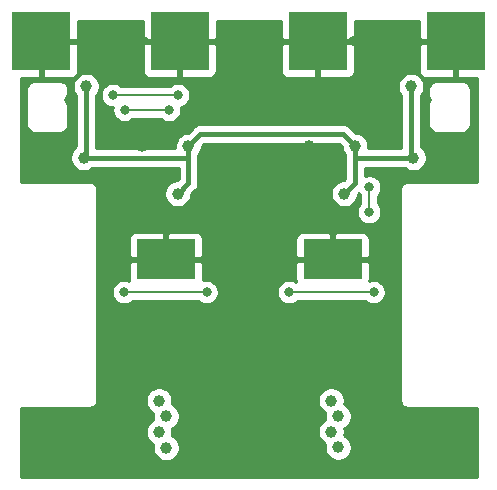
<source format=gbr>
G04 #@! TF.GenerationSoftware,KiCad,Pcbnew,(5.1.4)-1*
G04 #@! TF.CreationDate,2019-10-10T18:21:12+02:00*
G04 #@! TF.ProjectId,Bottom,426f7474-6f6d-42e6-9b69-6361645f7063,rev?*
G04 #@! TF.SameCoordinates,Original*
G04 #@! TF.FileFunction,Copper,L2,Bot*
G04 #@! TF.FilePolarity,Positive*
%FSLAX46Y46*%
G04 Gerber Fmt 4.6, Leading zero omitted, Abs format (unit mm)*
G04 Created by KiCad (PCBNEW (5.1.4)-1) date 2019-10-10 18:21:12*
%MOMM*%
%LPD*%
G04 APERTURE LIST*
%ADD10C,1.000000*%
%ADD11C,0.750000*%
%ADD12R,5.000000X3.400000*%
%ADD13R,5.000000X5.000000*%
%ADD14C,0.800000*%
%ADD15C,0.400000*%
%ADD16C,0.200000*%
%ADD17C,0.254000*%
G04 APERTURE END LIST*
D10*
X179990000Y-113505000D03*
X179990000Y-110855000D03*
X180590000Y-114830000D03*
X180590000Y-112180000D03*
X166010000Y-112195000D03*
X166010000Y-114845000D03*
X165410000Y-110870000D03*
X165410000Y-113520000D03*
D11*
X167500000Y-98150000D03*
X167500000Y-99650000D03*
X166000000Y-98150000D03*
X166000000Y-99650000D03*
X164500000Y-98150000D03*
X164500000Y-99650000D03*
D12*
X166000000Y-98900000D03*
D11*
X181600000Y-98150000D03*
X181600000Y-99650000D03*
X180100000Y-98150000D03*
X180100000Y-99650000D03*
X178600000Y-98150000D03*
X178600000Y-99650000D03*
D12*
X180100000Y-98900000D03*
D13*
X167150000Y-80450000D03*
X178850000Y-80450000D03*
X155450000Y-80450000D03*
X190550000Y-80450000D03*
D10*
X159028844Y-90296996D03*
X186940471Y-90296996D03*
X182000000Y-89300000D03*
X167900000Y-89300000D03*
X167000000Y-93350000D03*
X181100000Y-93350000D03*
X186750000Y-84250000D03*
X159250000Y-84250000D03*
D14*
X171500000Y-90000000D03*
X174500000Y-90000000D03*
X171500000Y-86200000D03*
X174500000Y-86200000D03*
X181850000Y-80450000D03*
X179350000Y-80450000D03*
X166650000Y-80450000D03*
D10*
X178100000Y-89300000D03*
X165000000Y-93350000D03*
X179100000Y-93350000D03*
D14*
X161550000Y-80450000D03*
X171700000Y-80450000D03*
X174250000Y-80450000D03*
X176800000Y-80450000D03*
X184400000Y-80450000D03*
D10*
X188050000Y-85424998D03*
X157900000Y-85424998D03*
D14*
X169200000Y-80450000D03*
X164100000Y-80450000D03*
D10*
X164000000Y-105950000D03*
X167900000Y-105950000D03*
X178100000Y-105950000D03*
X182000000Y-105950000D03*
D14*
X173000000Y-98000000D03*
X156000000Y-91750000D03*
X190000000Y-91750000D03*
X173000000Y-106000000D03*
D10*
X164000000Y-89296986D03*
X154200000Y-80450000D03*
X191800000Y-80450000D03*
X154200000Y-115550000D03*
X191800000Y-115550000D03*
D14*
X167000000Y-85000000D03*
X161500000Y-85000000D03*
X166250000Y-86250000D03*
X162500000Y-86250000D03*
X183200000Y-92800000D03*
X183200000Y-94900000D03*
X162448884Y-101674625D03*
X169444652Y-101675751D03*
X183572047Y-101675236D03*
X176425000Y-101675000D03*
D15*
X159250000Y-90038243D02*
X159028844Y-90259399D01*
X159028844Y-90259399D02*
X159028844Y-90296996D01*
X159250000Y-84250000D02*
X159250000Y-90038243D01*
X186750000Y-90106525D02*
X186940471Y-90296996D01*
X186750000Y-84250000D02*
X186750000Y-90106525D01*
X167900000Y-92450000D02*
X167000000Y-93350000D01*
X182000000Y-92450000D02*
X181100000Y-93350000D01*
X167896996Y-90296996D02*
X167900000Y-90300000D01*
X159028844Y-90296996D02*
X167896996Y-90296996D01*
X167900000Y-90300000D02*
X167900000Y-92450000D01*
X167900000Y-89300000D02*
X167900000Y-90300000D01*
X182103004Y-90296996D02*
X182000000Y-90400000D01*
X186940471Y-90296996D02*
X182103004Y-90296996D01*
X182000000Y-89300000D02*
X182000000Y-90400000D01*
X182000000Y-90400000D02*
X182000000Y-92450000D01*
X181500001Y-88800001D02*
X182000000Y-89300000D01*
X180999999Y-88299999D02*
X181500001Y-88800001D01*
X168900001Y-88299999D02*
X180999999Y-88299999D01*
X167900000Y-89300000D02*
X168900001Y-88299999D01*
D16*
X162500000Y-85000000D02*
X161500000Y-85000000D01*
X167000000Y-85000000D02*
X162500000Y-85000000D01*
X165684315Y-86250000D02*
X162500000Y-86250000D01*
X166250000Y-86250000D02*
X165684315Y-86250000D01*
X183225000Y-92825000D02*
X183200000Y-92800000D01*
X183200000Y-92800000D02*
X183200000Y-94900000D01*
X162448884Y-101674625D02*
X169443526Y-101674625D01*
X169443526Y-101674625D02*
X169444652Y-101675751D01*
X176936933Y-101674237D02*
X176939368Y-101676672D01*
X176371248Y-101674237D02*
X176936933Y-101674237D01*
X176939368Y-101676672D02*
X182823328Y-101676672D01*
X182823328Y-101676672D02*
X183570611Y-101676672D01*
X183570611Y-101676672D02*
X183572047Y-101675236D01*
D17*
G36*
X164015000Y-80164250D02*
G01*
X164173750Y-80323000D01*
X167023000Y-80323000D01*
X167023000Y-80303000D01*
X167277000Y-80303000D01*
X167277000Y-80323000D01*
X170126250Y-80323000D01*
X170285000Y-80164250D01*
X170287052Y-78685000D01*
X175712948Y-78685000D01*
X175715000Y-80164250D01*
X175873750Y-80323000D01*
X178723000Y-80323000D01*
X178723000Y-80303000D01*
X178977000Y-80303000D01*
X178977000Y-80323000D01*
X181826250Y-80323000D01*
X181985000Y-80164250D01*
X181987052Y-78685000D01*
X187412948Y-78685000D01*
X187415000Y-80164250D01*
X187573750Y-80323000D01*
X190423000Y-80323000D01*
X190423000Y-80303000D01*
X190677000Y-80303000D01*
X190677000Y-80323000D01*
X190697000Y-80323000D01*
X190697000Y-80577000D01*
X190677000Y-80577000D01*
X190677000Y-83426250D01*
X190835750Y-83585000D01*
X192315000Y-83587052D01*
X192315001Y-92315000D01*
X186533647Y-92315000D01*
X186500000Y-92311686D01*
X186466353Y-92315000D01*
X186365717Y-92324912D01*
X186236594Y-92364081D01*
X186117593Y-92427688D01*
X186013289Y-92513289D01*
X185927688Y-92617593D01*
X185864081Y-92736594D01*
X185824912Y-92865717D01*
X185811686Y-93000000D01*
X185815001Y-93033657D01*
X185815000Y-110766353D01*
X185811686Y-110800000D01*
X185824912Y-110934283D01*
X185864081Y-111063406D01*
X185927688Y-111182407D01*
X186013289Y-111286711D01*
X186117593Y-111372312D01*
X186236594Y-111435919D01*
X186365717Y-111475088D01*
X186500000Y-111488314D01*
X186533647Y-111485000D01*
X192315001Y-111485000D01*
X192315000Y-117315000D01*
X153685000Y-117315000D01*
X153685000Y-111485000D01*
X159466353Y-111485000D01*
X159500000Y-111488314D01*
X159533647Y-111485000D01*
X159634283Y-111475088D01*
X159763406Y-111435919D01*
X159882407Y-111372312D01*
X159986711Y-111286711D01*
X160072312Y-111182407D01*
X160135919Y-111063406D01*
X160175088Y-110934283D01*
X160188314Y-110800000D01*
X160185000Y-110766353D01*
X160185000Y-110758212D01*
X164275000Y-110758212D01*
X164275000Y-110981788D01*
X164318617Y-111201067D01*
X164404176Y-111407624D01*
X164528388Y-111593520D01*
X164686480Y-111751612D01*
X164872376Y-111875824D01*
X164912912Y-111892615D01*
X164875000Y-112083212D01*
X164875000Y-112306788D01*
X164912912Y-112497385D01*
X164872376Y-112514176D01*
X164686480Y-112638388D01*
X164528388Y-112796480D01*
X164404176Y-112982376D01*
X164318617Y-113188933D01*
X164275000Y-113408212D01*
X164275000Y-113631788D01*
X164318617Y-113851067D01*
X164404176Y-114057624D01*
X164528388Y-114243520D01*
X164686480Y-114401612D01*
X164872376Y-114525824D01*
X164912912Y-114542615D01*
X164875000Y-114733212D01*
X164875000Y-114956788D01*
X164918617Y-115176067D01*
X165004176Y-115382624D01*
X165128388Y-115568520D01*
X165286480Y-115726612D01*
X165472376Y-115850824D01*
X165678933Y-115936383D01*
X165898212Y-115980000D01*
X166121788Y-115980000D01*
X166341067Y-115936383D01*
X166547624Y-115850824D01*
X166733520Y-115726612D01*
X166891612Y-115568520D01*
X167015824Y-115382624D01*
X167101383Y-115176067D01*
X167145000Y-114956788D01*
X167145000Y-114733212D01*
X167101383Y-114513933D01*
X167015824Y-114307376D01*
X166891612Y-114121480D01*
X166733520Y-113963388D01*
X166547624Y-113839176D01*
X166507088Y-113822385D01*
X166545000Y-113631788D01*
X166545000Y-113408212D01*
X166507088Y-113217615D01*
X166547624Y-113200824D01*
X166733520Y-113076612D01*
X166891612Y-112918520D01*
X167015824Y-112732624D01*
X167101383Y-112526067D01*
X167145000Y-112306788D01*
X167145000Y-112083212D01*
X167101383Y-111863933D01*
X167015824Y-111657376D01*
X166891612Y-111471480D01*
X166733520Y-111313388D01*
X166547624Y-111189176D01*
X166507088Y-111172385D01*
X166545000Y-110981788D01*
X166545000Y-110758212D01*
X166542017Y-110743212D01*
X178855000Y-110743212D01*
X178855000Y-110966788D01*
X178898617Y-111186067D01*
X178984176Y-111392624D01*
X179108388Y-111578520D01*
X179266480Y-111736612D01*
X179452376Y-111860824D01*
X179492912Y-111877615D01*
X179455000Y-112068212D01*
X179455000Y-112291788D01*
X179492912Y-112482385D01*
X179452376Y-112499176D01*
X179266480Y-112623388D01*
X179108388Y-112781480D01*
X178984176Y-112967376D01*
X178898617Y-113173933D01*
X178855000Y-113393212D01*
X178855000Y-113616788D01*
X178898617Y-113836067D01*
X178984176Y-114042624D01*
X179108388Y-114228520D01*
X179266480Y-114386612D01*
X179452376Y-114510824D01*
X179492912Y-114527615D01*
X179455000Y-114718212D01*
X179455000Y-114941788D01*
X179498617Y-115161067D01*
X179584176Y-115367624D01*
X179708388Y-115553520D01*
X179866480Y-115711612D01*
X180052376Y-115835824D01*
X180258933Y-115921383D01*
X180478212Y-115965000D01*
X180701788Y-115965000D01*
X180921067Y-115921383D01*
X181127624Y-115835824D01*
X181313520Y-115711612D01*
X181471612Y-115553520D01*
X181595824Y-115367624D01*
X181681383Y-115161067D01*
X181725000Y-114941788D01*
X181725000Y-114718212D01*
X181681383Y-114498933D01*
X181595824Y-114292376D01*
X181471612Y-114106480D01*
X181313520Y-113948388D01*
X181127624Y-113824176D01*
X181087088Y-113807385D01*
X181125000Y-113616788D01*
X181125000Y-113393212D01*
X181087088Y-113202615D01*
X181127624Y-113185824D01*
X181313520Y-113061612D01*
X181471612Y-112903520D01*
X181595824Y-112717624D01*
X181681383Y-112511067D01*
X181725000Y-112291788D01*
X181725000Y-112068212D01*
X181681383Y-111848933D01*
X181595824Y-111642376D01*
X181471612Y-111456480D01*
X181313520Y-111298388D01*
X181127624Y-111174176D01*
X181087088Y-111157385D01*
X181125000Y-110966788D01*
X181125000Y-110743212D01*
X181081383Y-110523933D01*
X180995824Y-110317376D01*
X180871612Y-110131480D01*
X180713520Y-109973388D01*
X180527624Y-109849176D01*
X180321067Y-109763617D01*
X180101788Y-109720000D01*
X179878212Y-109720000D01*
X179658933Y-109763617D01*
X179452376Y-109849176D01*
X179266480Y-109973388D01*
X179108388Y-110131480D01*
X178984176Y-110317376D01*
X178898617Y-110523933D01*
X178855000Y-110743212D01*
X166542017Y-110743212D01*
X166501383Y-110538933D01*
X166415824Y-110332376D01*
X166291612Y-110146480D01*
X166133520Y-109988388D01*
X165947624Y-109864176D01*
X165741067Y-109778617D01*
X165521788Y-109735000D01*
X165298212Y-109735000D01*
X165078933Y-109778617D01*
X164872376Y-109864176D01*
X164686480Y-109988388D01*
X164528388Y-110146480D01*
X164404176Y-110332376D01*
X164318617Y-110538933D01*
X164275000Y-110758212D01*
X160185000Y-110758212D01*
X160185000Y-101572686D01*
X161413884Y-101572686D01*
X161413884Y-101776564D01*
X161453658Y-101976523D01*
X161531679Y-102164881D01*
X161644947Y-102334399D01*
X161789110Y-102478562D01*
X161958628Y-102591830D01*
X162146986Y-102669851D01*
X162346945Y-102709625D01*
X162550823Y-102709625D01*
X162750782Y-102669851D01*
X162939140Y-102591830D01*
X163108658Y-102478562D01*
X163177595Y-102409625D01*
X168714815Y-102409625D01*
X168784878Y-102479688D01*
X168954396Y-102592956D01*
X169142754Y-102670977D01*
X169342713Y-102710751D01*
X169546591Y-102710751D01*
X169746550Y-102670977D01*
X169934908Y-102592956D01*
X170104426Y-102479688D01*
X170248589Y-102335525D01*
X170361857Y-102166007D01*
X170439878Y-101977649D01*
X170479652Y-101777690D01*
X170479652Y-101573812D01*
X170479503Y-101573061D01*
X175390000Y-101573061D01*
X175390000Y-101776939D01*
X175429774Y-101976898D01*
X175507795Y-102165256D01*
X175621063Y-102334774D01*
X175765226Y-102478937D01*
X175934744Y-102592205D01*
X176123102Y-102670226D01*
X176323061Y-102710000D01*
X176526939Y-102710000D01*
X176726898Y-102670226D01*
X176915256Y-102592205D01*
X177084774Y-102478937D01*
X177152039Y-102411672D01*
X182844772Y-102411672D01*
X182912273Y-102479173D01*
X183081791Y-102592441D01*
X183270149Y-102670462D01*
X183470108Y-102710236D01*
X183673986Y-102710236D01*
X183873945Y-102670462D01*
X184062303Y-102592441D01*
X184231821Y-102479173D01*
X184375984Y-102335010D01*
X184489252Y-102165492D01*
X184567273Y-101977134D01*
X184607047Y-101777175D01*
X184607047Y-101573297D01*
X184567273Y-101373338D01*
X184489252Y-101184980D01*
X184375984Y-101015462D01*
X184231821Y-100871299D01*
X184062303Y-100758031D01*
X183873945Y-100680010D01*
X183673986Y-100640236D01*
X183470108Y-100640236D01*
X183270149Y-100680010D01*
X183228493Y-100697265D01*
X183238072Y-100600000D01*
X183235000Y-99185750D01*
X183076250Y-99027000D01*
X182090308Y-99027000D01*
X182095435Y-98974960D01*
X182108880Y-98961515D01*
X182102820Y-98900000D01*
X182108880Y-98838485D01*
X182095435Y-98825040D01*
X182090308Y-98773000D01*
X183076250Y-98773000D01*
X183235000Y-98614250D01*
X183238072Y-97200000D01*
X183225812Y-97075518D01*
X183189502Y-96955820D01*
X183130537Y-96845506D01*
X183051185Y-96748815D01*
X182954494Y-96669463D01*
X182844180Y-96610498D01*
X182724482Y-96574188D01*
X182600000Y-96561928D01*
X180385750Y-96565000D01*
X180227000Y-96723750D01*
X180227000Y-97144527D01*
X180211567Y-97141265D01*
X180012628Y-97138882D01*
X179973000Y-97146272D01*
X179973000Y-96723750D01*
X179814250Y-96565000D01*
X177600000Y-96561928D01*
X177475518Y-96574188D01*
X177355820Y-96610498D01*
X177245506Y-96669463D01*
X177148815Y-96748815D01*
X177069463Y-96845506D01*
X177010498Y-96955820D01*
X176974188Y-97075518D01*
X176961928Y-97200000D01*
X176965000Y-98614250D01*
X177123750Y-98773000D01*
X178109692Y-98773000D01*
X178104565Y-98825040D01*
X178091120Y-98838485D01*
X178097180Y-98900000D01*
X178091120Y-98961515D01*
X178104565Y-98974960D01*
X178109692Y-99027000D01*
X177123750Y-99027000D01*
X176965000Y-99185750D01*
X176961928Y-100600000D01*
X176974188Y-100724482D01*
X177001844Y-100815651D01*
X176915256Y-100757795D01*
X176726898Y-100679774D01*
X176526939Y-100640000D01*
X176323061Y-100640000D01*
X176123102Y-100679774D01*
X175934744Y-100757795D01*
X175765226Y-100871063D01*
X175621063Y-101015226D01*
X175507795Y-101184744D01*
X175429774Y-101373102D01*
X175390000Y-101573061D01*
X170479503Y-101573061D01*
X170439878Y-101373853D01*
X170361857Y-101185495D01*
X170248589Y-101015977D01*
X170104426Y-100871814D01*
X169934908Y-100758546D01*
X169746550Y-100680525D01*
X169546591Y-100640751D01*
X169342713Y-100640751D01*
X169142754Y-100680525D01*
X169129605Y-100685972D01*
X169138072Y-100600000D01*
X169135000Y-99185750D01*
X168976250Y-99027000D01*
X167990308Y-99027000D01*
X167995435Y-98974960D01*
X168008880Y-98961515D01*
X168002820Y-98900000D01*
X168008880Y-98838485D01*
X167995435Y-98825040D01*
X167990308Y-98773000D01*
X168976250Y-98773000D01*
X169135000Y-98614250D01*
X169138072Y-97200000D01*
X169125812Y-97075518D01*
X169089502Y-96955820D01*
X169030537Y-96845506D01*
X168951185Y-96748815D01*
X168854494Y-96669463D01*
X168744180Y-96610498D01*
X168624482Y-96574188D01*
X168500000Y-96561928D01*
X166285750Y-96565000D01*
X166127000Y-96723750D01*
X166127000Y-97144527D01*
X166111567Y-97141265D01*
X165912628Y-97138882D01*
X165873000Y-97146272D01*
X165873000Y-96723750D01*
X165714250Y-96565000D01*
X163500000Y-96561928D01*
X163375518Y-96574188D01*
X163255820Y-96610498D01*
X163145506Y-96669463D01*
X163048815Y-96748815D01*
X162969463Y-96845506D01*
X162910498Y-96955820D01*
X162874188Y-97075518D01*
X162861928Y-97200000D01*
X162865000Y-98614250D01*
X163023750Y-98773000D01*
X164009692Y-98773000D01*
X164004565Y-98825040D01*
X163991120Y-98838485D01*
X163997180Y-98900000D01*
X163991120Y-98961515D01*
X164004565Y-98974960D01*
X164009692Y-99027000D01*
X163023750Y-99027000D01*
X162865000Y-99185750D01*
X162861928Y-100600000D01*
X162874188Y-100724482D01*
X162876281Y-100731383D01*
X162750782Y-100679399D01*
X162550823Y-100639625D01*
X162346945Y-100639625D01*
X162146986Y-100679399D01*
X161958628Y-100757420D01*
X161789110Y-100870688D01*
X161644947Y-101014851D01*
X161531679Y-101184369D01*
X161453658Y-101372727D01*
X161413884Y-101572686D01*
X160185000Y-101572686D01*
X160185000Y-93033646D01*
X160188314Y-93000000D01*
X160175088Y-92865717D01*
X160135919Y-92736594D01*
X160072312Y-92617593D01*
X159986711Y-92513289D01*
X159882407Y-92427688D01*
X159763406Y-92364081D01*
X159634283Y-92324912D01*
X159533647Y-92315000D01*
X159500000Y-92311686D01*
X159466353Y-92315000D01*
X153685000Y-92315000D01*
X153685000Y-90185208D01*
X157893844Y-90185208D01*
X157893844Y-90408784D01*
X157937461Y-90628063D01*
X158023020Y-90834620D01*
X158147232Y-91020516D01*
X158305324Y-91178608D01*
X158491220Y-91302820D01*
X158697777Y-91388379D01*
X158917056Y-91431996D01*
X159140632Y-91431996D01*
X159359911Y-91388379D01*
X159566468Y-91302820D01*
X159752364Y-91178608D01*
X159798976Y-91131996D01*
X167065000Y-91131996D01*
X167065001Y-92104131D01*
X166954132Y-92215000D01*
X166888212Y-92215000D01*
X166668933Y-92258617D01*
X166462376Y-92344176D01*
X166276480Y-92468388D01*
X166118388Y-92626480D01*
X165994176Y-92812376D01*
X165908617Y-93018933D01*
X165865000Y-93238212D01*
X165865000Y-93461788D01*
X165908617Y-93681067D01*
X165994176Y-93887624D01*
X166118388Y-94073520D01*
X166276480Y-94231612D01*
X166462376Y-94355824D01*
X166668933Y-94441383D01*
X166888212Y-94485000D01*
X167111788Y-94485000D01*
X167331067Y-94441383D01*
X167537624Y-94355824D01*
X167723520Y-94231612D01*
X167881612Y-94073520D01*
X168005824Y-93887624D01*
X168091383Y-93681067D01*
X168135000Y-93461788D01*
X168135000Y-93395868D01*
X168461426Y-93069442D01*
X168493291Y-93043291D01*
X168597636Y-92916146D01*
X168675172Y-92771087D01*
X168722918Y-92613689D01*
X168735000Y-92491019D01*
X168735000Y-92491017D01*
X168739040Y-92450001D01*
X168735000Y-92408985D01*
X168735000Y-90341007D01*
X168739039Y-90299999D01*
X168735000Y-90258991D01*
X168735000Y-90070132D01*
X168781612Y-90023520D01*
X168905824Y-89837624D01*
X168991383Y-89631067D01*
X169035000Y-89411788D01*
X169035000Y-89345868D01*
X169245869Y-89134999D01*
X180654132Y-89134999D01*
X180865000Y-89345868D01*
X180865000Y-89411788D01*
X180908617Y-89631067D01*
X180994176Y-89837624D01*
X181118388Y-90023520D01*
X181165001Y-90070133D01*
X181165001Y-90358972D01*
X181160960Y-90400000D01*
X181165000Y-90441019D01*
X181165001Y-92104131D01*
X181054132Y-92215000D01*
X180988212Y-92215000D01*
X180768933Y-92258617D01*
X180562376Y-92344176D01*
X180376480Y-92468388D01*
X180218388Y-92626480D01*
X180094176Y-92812376D01*
X180008617Y-93018933D01*
X179965000Y-93238212D01*
X179965000Y-93461788D01*
X180008617Y-93681067D01*
X180094176Y-93887624D01*
X180218388Y-94073520D01*
X180376480Y-94231612D01*
X180562376Y-94355824D01*
X180768933Y-94441383D01*
X180988212Y-94485000D01*
X181211788Y-94485000D01*
X181431067Y-94441383D01*
X181637624Y-94355824D01*
X181823520Y-94231612D01*
X181981612Y-94073520D01*
X182105824Y-93887624D01*
X182191383Y-93681067D01*
X182235000Y-93461788D01*
X182235000Y-93395868D01*
X182305953Y-93324915D01*
X182396063Y-93459774D01*
X182465000Y-93528711D01*
X182465001Y-94171288D01*
X182396063Y-94240226D01*
X182282795Y-94409744D01*
X182204774Y-94598102D01*
X182165000Y-94798061D01*
X182165000Y-95001939D01*
X182204774Y-95201898D01*
X182282795Y-95390256D01*
X182396063Y-95559774D01*
X182540226Y-95703937D01*
X182709744Y-95817205D01*
X182898102Y-95895226D01*
X183098061Y-95935000D01*
X183301939Y-95935000D01*
X183501898Y-95895226D01*
X183690256Y-95817205D01*
X183859774Y-95703937D01*
X184003937Y-95559774D01*
X184117205Y-95390256D01*
X184195226Y-95201898D01*
X184235000Y-95001939D01*
X184235000Y-94798061D01*
X184195226Y-94598102D01*
X184117205Y-94409744D01*
X184003937Y-94240226D01*
X183935000Y-94171289D01*
X183935000Y-93528711D01*
X184003937Y-93459774D01*
X184117205Y-93290256D01*
X184195226Y-93101898D01*
X184235000Y-92901939D01*
X184235000Y-92698061D01*
X184195226Y-92498102D01*
X184117205Y-92309744D01*
X184003937Y-92140226D01*
X183859774Y-91996063D01*
X183690256Y-91882795D01*
X183501898Y-91804774D01*
X183301939Y-91765000D01*
X183098061Y-91765000D01*
X182898102Y-91804774D01*
X182835000Y-91830912D01*
X182835000Y-91131996D01*
X186170339Y-91131996D01*
X186216951Y-91178608D01*
X186402847Y-91302820D01*
X186609404Y-91388379D01*
X186828683Y-91431996D01*
X187052259Y-91431996D01*
X187271538Y-91388379D01*
X187478095Y-91302820D01*
X187663991Y-91178608D01*
X187822083Y-91020516D01*
X187946295Y-90834620D01*
X188031854Y-90628063D01*
X188075471Y-90408784D01*
X188075471Y-90185208D01*
X188031854Y-89965929D01*
X187946295Y-89759372D01*
X187822083Y-89573476D01*
X187663991Y-89415384D01*
X187585000Y-89362604D01*
X187585000Y-85020132D01*
X187631612Y-84973520D01*
X187755824Y-84787624D01*
X187841383Y-84581067D01*
X187857508Y-84500000D01*
X188211686Y-84500000D01*
X188215001Y-84533657D01*
X188215000Y-87466353D01*
X188211686Y-87500000D01*
X188224912Y-87634283D01*
X188264081Y-87763406D01*
X188327688Y-87882407D01*
X188413289Y-87986711D01*
X188517593Y-88072312D01*
X188636594Y-88135919D01*
X188765717Y-88175088D01*
X188900000Y-88188314D01*
X188933647Y-88185000D01*
X191066353Y-88185000D01*
X191100000Y-88188314D01*
X191234283Y-88175088D01*
X191363406Y-88135919D01*
X191482407Y-88072312D01*
X191586711Y-87986711D01*
X191672312Y-87882407D01*
X191735919Y-87763406D01*
X191775088Y-87634283D01*
X191785000Y-87533647D01*
X191785000Y-87533646D01*
X191788314Y-87500000D01*
X191785000Y-87466353D01*
X191785000Y-84533647D01*
X191788314Y-84500000D01*
X191775088Y-84365717D01*
X191735919Y-84236594D01*
X191672312Y-84117593D01*
X191586711Y-84013289D01*
X191482407Y-83927688D01*
X191363406Y-83864081D01*
X191234283Y-83824912D01*
X191133647Y-83815000D01*
X191100000Y-83811686D01*
X191066353Y-83815000D01*
X188933647Y-83815000D01*
X188900000Y-83811686D01*
X188866353Y-83815000D01*
X188765717Y-83824912D01*
X188636594Y-83864081D01*
X188517593Y-83927688D01*
X188413289Y-84013289D01*
X188327688Y-84117593D01*
X188264081Y-84236594D01*
X188224912Y-84365717D01*
X188211686Y-84500000D01*
X187857508Y-84500000D01*
X187885000Y-84361788D01*
X187885000Y-84138212D01*
X187841383Y-83918933D01*
X187755824Y-83712376D01*
X187631612Y-83526480D01*
X187473520Y-83368388D01*
X187287624Y-83244176D01*
X187081067Y-83158617D01*
X186861788Y-83115000D01*
X186638212Y-83115000D01*
X186418933Y-83158617D01*
X186212376Y-83244176D01*
X186026480Y-83368388D01*
X185868388Y-83526480D01*
X185744176Y-83712376D01*
X185658617Y-83918933D01*
X185615000Y-84138212D01*
X185615000Y-84361788D01*
X185658617Y-84581067D01*
X185744176Y-84787624D01*
X185868388Y-84973520D01*
X185915000Y-85020132D01*
X185915001Y-89461996D01*
X183125013Y-89461996D01*
X183135000Y-89411788D01*
X183135000Y-89188212D01*
X183091383Y-88968933D01*
X183005824Y-88762376D01*
X182881612Y-88576480D01*
X182723520Y-88418388D01*
X182537624Y-88294176D01*
X182331067Y-88208617D01*
X182111788Y-88165000D01*
X182045868Y-88165000D01*
X181619444Y-87738577D01*
X181593290Y-87706708D01*
X181466145Y-87602363D01*
X181321086Y-87524827D01*
X181163688Y-87477081D01*
X181041018Y-87464999D01*
X181041017Y-87464999D01*
X180999999Y-87460959D01*
X180958981Y-87464999D01*
X168941019Y-87464999D01*
X168900001Y-87460959D01*
X168858982Y-87464999D01*
X168736312Y-87477081D01*
X168578914Y-87524827D01*
X168433855Y-87602363D01*
X168306710Y-87706708D01*
X168280559Y-87738573D01*
X167854132Y-88165000D01*
X167788212Y-88165000D01*
X167568933Y-88208617D01*
X167362376Y-88294176D01*
X167176480Y-88418388D01*
X167018388Y-88576480D01*
X166894176Y-88762376D01*
X166808617Y-88968933D01*
X166765000Y-89188212D01*
X166765000Y-89411788D01*
X166774987Y-89461996D01*
X160085000Y-89461996D01*
X160085000Y-85020132D01*
X160131612Y-84973520D01*
X160182032Y-84898061D01*
X160465000Y-84898061D01*
X160465000Y-85101939D01*
X160504774Y-85301898D01*
X160582795Y-85490256D01*
X160696063Y-85659774D01*
X160840226Y-85803937D01*
X161009744Y-85917205D01*
X161198102Y-85995226D01*
X161398061Y-86035000D01*
X161487489Y-86035000D01*
X161465000Y-86148061D01*
X161465000Y-86351939D01*
X161504774Y-86551898D01*
X161582795Y-86740256D01*
X161696063Y-86909774D01*
X161840226Y-87053937D01*
X162009744Y-87167205D01*
X162198102Y-87245226D01*
X162398061Y-87285000D01*
X162601939Y-87285000D01*
X162801898Y-87245226D01*
X162990256Y-87167205D01*
X163159774Y-87053937D01*
X163228711Y-86985000D01*
X165521289Y-86985000D01*
X165590226Y-87053937D01*
X165759744Y-87167205D01*
X165948102Y-87245226D01*
X166148061Y-87285000D01*
X166351939Y-87285000D01*
X166551898Y-87245226D01*
X166740256Y-87167205D01*
X166909774Y-87053937D01*
X167053937Y-86909774D01*
X167167205Y-86740256D01*
X167245226Y-86551898D01*
X167285000Y-86351939D01*
X167285000Y-86148061D01*
X167256400Y-86004276D01*
X167301898Y-85995226D01*
X167490256Y-85917205D01*
X167659774Y-85803937D01*
X167803937Y-85659774D01*
X167917205Y-85490256D01*
X167995226Y-85301898D01*
X168035000Y-85101939D01*
X168035000Y-84898061D01*
X167995226Y-84698102D01*
X167917205Y-84509744D01*
X167803937Y-84340226D01*
X167659774Y-84196063D01*
X167490256Y-84082795D01*
X167301898Y-84004774D01*
X167101939Y-83965000D01*
X166898061Y-83965000D01*
X166698102Y-84004774D01*
X166509744Y-84082795D01*
X166340226Y-84196063D01*
X166271289Y-84265000D01*
X162228711Y-84265000D01*
X162159774Y-84196063D01*
X161990256Y-84082795D01*
X161801898Y-84004774D01*
X161601939Y-83965000D01*
X161398061Y-83965000D01*
X161198102Y-84004774D01*
X161009744Y-84082795D01*
X160840226Y-84196063D01*
X160696063Y-84340226D01*
X160582795Y-84509744D01*
X160504774Y-84698102D01*
X160465000Y-84898061D01*
X160182032Y-84898061D01*
X160255824Y-84787624D01*
X160341383Y-84581067D01*
X160385000Y-84361788D01*
X160385000Y-84138212D01*
X160341383Y-83918933D01*
X160255824Y-83712376D01*
X160131612Y-83526480D01*
X159973520Y-83368388D01*
X159787624Y-83244176D01*
X159581067Y-83158617D01*
X159361788Y-83115000D01*
X159138212Y-83115000D01*
X158918933Y-83158617D01*
X158712376Y-83244176D01*
X158526480Y-83368388D01*
X158368388Y-83526480D01*
X158244176Y-83712376D01*
X158158617Y-83918933D01*
X158115000Y-84138212D01*
X158115000Y-84361788D01*
X158158617Y-84581067D01*
X158244176Y-84787624D01*
X158368388Y-84973520D01*
X158415000Y-85020132D01*
X158415001Y-89342100D01*
X158305324Y-89415384D01*
X158147232Y-89573476D01*
X158023020Y-89759372D01*
X157937461Y-89965929D01*
X157893844Y-90185208D01*
X153685000Y-90185208D01*
X153685000Y-84500000D01*
X154161686Y-84500000D01*
X154165001Y-84533657D01*
X154165000Y-87466353D01*
X154161686Y-87500000D01*
X154174912Y-87634283D01*
X154214081Y-87763406D01*
X154277688Y-87882407D01*
X154363289Y-87986711D01*
X154467593Y-88072312D01*
X154586594Y-88135919D01*
X154715717Y-88175088D01*
X154850000Y-88188314D01*
X154883647Y-88185000D01*
X157016353Y-88185000D01*
X157050000Y-88188314D01*
X157184283Y-88175088D01*
X157313406Y-88135919D01*
X157432407Y-88072312D01*
X157536711Y-87986711D01*
X157622312Y-87882407D01*
X157685919Y-87763406D01*
X157725088Y-87634283D01*
X157735000Y-87533647D01*
X157735000Y-87533646D01*
X157738314Y-87500000D01*
X157735000Y-87466353D01*
X157735000Y-84533647D01*
X157738314Y-84500000D01*
X157725088Y-84365717D01*
X157685919Y-84236594D01*
X157622312Y-84117593D01*
X157536711Y-84013289D01*
X157432407Y-83927688D01*
X157313406Y-83864081D01*
X157184283Y-83824912D01*
X157083647Y-83815000D01*
X157050000Y-83811686D01*
X157016353Y-83815000D01*
X154883647Y-83815000D01*
X154850000Y-83811686D01*
X154816353Y-83815000D01*
X154715717Y-83824912D01*
X154586594Y-83864081D01*
X154467593Y-83927688D01*
X154363289Y-84013289D01*
X154277688Y-84117593D01*
X154214081Y-84236594D01*
X154174912Y-84365717D01*
X154161686Y-84500000D01*
X153685000Y-84500000D01*
X153685000Y-83587052D01*
X155164250Y-83585000D01*
X155323000Y-83426250D01*
X155323000Y-80577000D01*
X155577000Y-80577000D01*
X155577000Y-83426250D01*
X155735750Y-83585000D01*
X157950000Y-83588072D01*
X158074482Y-83575812D01*
X158194180Y-83539502D01*
X158304494Y-83480537D01*
X158401185Y-83401185D01*
X158480537Y-83304494D01*
X158539502Y-83194180D01*
X158575812Y-83074482D01*
X158588072Y-82950000D01*
X164011928Y-82950000D01*
X164024188Y-83074482D01*
X164060498Y-83194180D01*
X164119463Y-83304494D01*
X164198815Y-83401185D01*
X164295506Y-83480537D01*
X164405820Y-83539502D01*
X164525518Y-83575812D01*
X164650000Y-83588072D01*
X166864250Y-83585000D01*
X167023000Y-83426250D01*
X167023000Y-80577000D01*
X167277000Y-80577000D01*
X167277000Y-83426250D01*
X167435750Y-83585000D01*
X169650000Y-83588072D01*
X169774482Y-83575812D01*
X169894180Y-83539502D01*
X170004494Y-83480537D01*
X170101185Y-83401185D01*
X170180537Y-83304494D01*
X170239502Y-83194180D01*
X170275812Y-83074482D01*
X170288072Y-82950000D01*
X175711928Y-82950000D01*
X175724188Y-83074482D01*
X175760498Y-83194180D01*
X175819463Y-83304494D01*
X175898815Y-83401185D01*
X175995506Y-83480537D01*
X176105820Y-83539502D01*
X176225518Y-83575812D01*
X176350000Y-83588072D01*
X178564250Y-83585000D01*
X178723000Y-83426250D01*
X178723000Y-80577000D01*
X178977000Y-80577000D01*
X178977000Y-83426250D01*
X179135750Y-83585000D01*
X181350000Y-83588072D01*
X181474482Y-83575812D01*
X181594180Y-83539502D01*
X181704494Y-83480537D01*
X181801185Y-83401185D01*
X181880537Y-83304494D01*
X181939502Y-83194180D01*
X181975812Y-83074482D01*
X181988072Y-82950000D01*
X187411928Y-82950000D01*
X187424188Y-83074482D01*
X187460498Y-83194180D01*
X187519463Y-83304494D01*
X187598815Y-83401185D01*
X187695506Y-83480537D01*
X187805820Y-83539502D01*
X187925518Y-83575812D01*
X188050000Y-83588072D01*
X190264250Y-83585000D01*
X190423000Y-83426250D01*
X190423000Y-80577000D01*
X187573750Y-80577000D01*
X187415000Y-80735750D01*
X187411928Y-82950000D01*
X181988072Y-82950000D01*
X181985000Y-80735750D01*
X181826250Y-80577000D01*
X178977000Y-80577000D01*
X178723000Y-80577000D01*
X175873750Y-80577000D01*
X175715000Y-80735750D01*
X175711928Y-82950000D01*
X170288072Y-82950000D01*
X170285000Y-80735750D01*
X170126250Y-80577000D01*
X167277000Y-80577000D01*
X167023000Y-80577000D01*
X164173750Y-80577000D01*
X164015000Y-80735750D01*
X164011928Y-82950000D01*
X158588072Y-82950000D01*
X158585000Y-80735750D01*
X158426250Y-80577000D01*
X155577000Y-80577000D01*
X155323000Y-80577000D01*
X155303000Y-80577000D01*
X155303000Y-80323000D01*
X155323000Y-80323000D01*
X155323000Y-80303000D01*
X155577000Y-80303000D01*
X155577000Y-80323000D01*
X158426250Y-80323000D01*
X158585000Y-80164250D01*
X158587052Y-78685000D01*
X164012948Y-78685000D01*
X164015000Y-80164250D01*
X164015000Y-80164250D01*
G37*
X164015000Y-80164250D02*
X164173750Y-80323000D01*
X167023000Y-80323000D01*
X167023000Y-80303000D01*
X167277000Y-80303000D01*
X167277000Y-80323000D01*
X170126250Y-80323000D01*
X170285000Y-80164250D01*
X170287052Y-78685000D01*
X175712948Y-78685000D01*
X175715000Y-80164250D01*
X175873750Y-80323000D01*
X178723000Y-80323000D01*
X178723000Y-80303000D01*
X178977000Y-80303000D01*
X178977000Y-80323000D01*
X181826250Y-80323000D01*
X181985000Y-80164250D01*
X181987052Y-78685000D01*
X187412948Y-78685000D01*
X187415000Y-80164250D01*
X187573750Y-80323000D01*
X190423000Y-80323000D01*
X190423000Y-80303000D01*
X190677000Y-80303000D01*
X190677000Y-80323000D01*
X190697000Y-80323000D01*
X190697000Y-80577000D01*
X190677000Y-80577000D01*
X190677000Y-83426250D01*
X190835750Y-83585000D01*
X192315000Y-83587052D01*
X192315001Y-92315000D01*
X186533647Y-92315000D01*
X186500000Y-92311686D01*
X186466353Y-92315000D01*
X186365717Y-92324912D01*
X186236594Y-92364081D01*
X186117593Y-92427688D01*
X186013289Y-92513289D01*
X185927688Y-92617593D01*
X185864081Y-92736594D01*
X185824912Y-92865717D01*
X185811686Y-93000000D01*
X185815001Y-93033657D01*
X185815000Y-110766353D01*
X185811686Y-110800000D01*
X185824912Y-110934283D01*
X185864081Y-111063406D01*
X185927688Y-111182407D01*
X186013289Y-111286711D01*
X186117593Y-111372312D01*
X186236594Y-111435919D01*
X186365717Y-111475088D01*
X186500000Y-111488314D01*
X186533647Y-111485000D01*
X192315001Y-111485000D01*
X192315000Y-117315000D01*
X153685000Y-117315000D01*
X153685000Y-111485000D01*
X159466353Y-111485000D01*
X159500000Y-111488314D01*
X159533647Y-111485000D01*
X159634283Y-111475088D01*
X159763406Y-111435919D01*
X159882407Y-111372312D01*
X159986711Y-111286711D01*
X160072312Y-111182407D01*
X160135919Y-111063406D01*
X160175088Y-110934283D01*
X160188314Y-110800000D01*
X160185000Y-110766353D01*
X160185000Y-110758212D01*
X164275000Y-110758212D01*
X164275000Y-110981788D01*
X164318617Y-111201067D01*
X164404176Y-111407624D01*
X164528388Y-111593520D01*
X164686480Y-111751612D01*
X164872376Y-111875824D01*
X164912912Y-111892615D01*
X164875000Y-112083212D01*
X164875000Y-112306788D01*
X164912912Y-112497385D01*
X164872376Y-112514176D01*
X164686480Y-112638388D01*
X164528388Y-112796480D01*
X164404176Y-112982376D01*
X164318617Y-113188933D01*
X164275000Y-113408212D01*
X164275000Y-113631788D01*
X164318617Y-113851067D01*
X164404176Y-114057624D01*
X164528388Y-114243520D01*
X164686480Y-114401612D01*
X164872376Y-114525824D01*
X164912912Y-114542615D01*
X164875000Y-114733212D01*
X164875000Y-114956788D01*
X164918617Y-115176067D01*
X165004176Y-115382624D01*
X165128388Y-115568520D01*
X165286480Y-115726612D01*
X165472376Y-115850824D01*
X165678933Y-115936383D01*
X165898212Y-115980000D01*
X166121788Y-115980000D01*
X166341067Y-115936383D01*
X166547624Y-115850824D01*
X166733520Y-115726612D01*
X166891612Y-115568520D01*
X167015824Y-115382624D01*
X167101383Y-115176067D01*
X167145000Y-114956788D01*
X167145000Y-114733212D01*
X167101383Y-114513933D01*
X167015824Y-114307376D01*
X166891612Y-114121480D01*
X166733520Y-113963388D01*
X166547624Y-113839176D01*
X166507088Y-113822385D01*
X166545000Y-113631788D01*
X166545000Y-113408212D01*
X166507088Y-113217615D01*
X166547624Y-113200824D01*
X166733520Y-113076612D01*
X166891612Y-112918520D01*
X167015824Y-112732624D01*
X167101383Y-112526067D01*
X167145000Y-112306788D01*
X167145000Y-112083212D01*
X167101383Y-111863933D01*
X167015824Y-111657376D01*
X166891612Y-111471480D01*
X166733520Y-111313388D01*
X166547624Y-111189176D01*
X166507088Y-111172385D01*
X166545000Y-110981788D01*
X166545000Y-110758212D01*
X166542017Y-110743212D01*
X178855000Y-110743212D01*
X178855000Y-110966788D01*
X178898617Y-111186067D01*
X178984176Y-111392624D01*
X179108388Y-111578520D01*
X179266480Y-111736612D01*
X179452376Y-111860824D01*
X179492912Y-111877615D01*
X179455000Y-112068212D01*
X179455000Y-112291788D01*
X179492912Y-112482385D01*
X179452376Y-112499176D01*
X179266480Y-112623388D01*
X179108388Y-112781480D01*
X178984176Y-112967376D01*
X178898617Y-113173933D01*
X178855000Y-113393212D01*
X178855000Y-113616788D01*
X178898617Y-113836067D01*
X178984176Y-114042624D01*
X179108388Y-114228520D01*
X179266480Y-114386612D01*
X179452376Y-114510824D01*
X179492912Y-114527615D01*
X179455000Y-114718212D01*
X179455000Y-114941788D01*
X179498617Y-115161067D01*
X179584176Y-115367624D01*
X179708388Y-115553520D01*
X179866480Y-115711612D01*
X180052376Y-115835824D01*
X180258933Y-115921383D01*
X180478212Y-115965000D01*
X180701788Y-115965000D01*
X180921067Y-115921383D01*
X181127624Y-115835824D01*
X181313520Y-115711612D01*
X181471612Y-115553520D01*
X181595824Y-115367624D01*
X181681383Y-115161067D01*
X181725000Y-114941788D01*
X181725000Y-114718212D01*
X181681383Y-114498933D01*
X181595824Y-114292376D01*
X181471612Y-114106480D01*
X181313520Y-113948388D01*
X181127624Y-113824176D01*
X181087088Y-113807385D01*
X181125000Y-113616788D01*
X181125000Y-113393212D01*
X181087088Y-113202615D01*
X181127624Y-113185824D01*
X181313520Y-113061612D01*
X181471612Y-112903520D01*
X181595824Y-112717624D01*
X181681383Y-112511067D01*
X181725000Y-112291788D01*
X181725000Y-112068212D01*
X181681383Y-111848933D01*
X181595824Y-111642376D01*
X181471612Y-111456480D01*
X181313520Y-111298388D01*
X181127624Y-111174176D01*
X181087088Y-111157385D01*
X181125000Y-110966788D01*
X181125000Y-110743212D01*
X181081383Y-110523933D01*
X180995824Y-110317376D01*
X180871612Y-110131480D01*
X180713520Y-109973388D01*
X180527624Y-109849176D01*
X180321067Y-109763617D01*
X180101788Y-109720000D01*
X179878212Y-109720000D01*
X179658933Y-109763617D01*
X179452376Y-109849176D01*
X179266480Y-109973388D01*
X179108388Y-110131480D01*
X178984176Y-110317376D01*
X178898617Y-110523933D01*
X178855000Y-110743212D01*
X166542017Y-110743212D01*
X166501383Y-110538933D01*
X166415824Y-110332376D01*
X166291612Y-110146480D01*
X166133520Y-109988388D01*
X165947624Y-109864176D01*
X165741067Y-109778617D01*
X165521788Y-109735000D01*
X165298212Y-109735000D01*
X165078933Y-109778617D01*
X164872376Y-109864176D01*
X164686480Y-109988388D01*
X164528388Y-110146480D01*
X164404176Y-110332376D01*
X164318617Y-110538933D01*
X164275000Y-110758212D01*
X160185000Y-110758212D01*
X160185000Y-101572686D01*
X161413884Y-101572686D01*
X161413884Y-101776564D01*
X161453658Y-101976523D01*
X161531679Y-102164881D01*
X161644947Y-102334399D01*
X161789110Y-102478562D01*
X161958628Y-102591830D01*
X162146986Y-102669851D01*
X162346945Y-102709625D01*
X162550823Y-102709625D01*
X162750782Y-102669851D01*
X162939140Y-102591830D01*
X163108658Y-102478562D01*
X163177595Y-102409625D01*
X168714815Y-102409625D01*
X168784878Y-102479688D01*
X168954396Y-102592956D01*
X169142754Y-102670977D01*
X169342713Y-102710751D01*
X169546591Y-102710751D01*
X169746550Y-102670977D01*
X169934908Y-102592956D01*
X170104426Y-102479688D01*
X170248589Y-102335525D01*
X170361857Y-102166007D01*
X170439878Y-101977649D01*
X170479652Y-101777690D01*
X170479652Y-101573812D01*
X170479503Y-101573061D01*
X175390000Y-101573061D01*
X175390000Y-101776939D01*
X175429774Y-101976898D01*
X175507795Y-102165256D01*
X175621063Y-102334774D01*
X175765226Y-102478937D01*
X175934744Y-102592205D01*
X176123102Y-102670226D01*
X176323061Y-102710000D01*
X176526939Y-102710000D01*
X176726898Y-102670226D01*
X176915256Y-102592205D01*
X177084774Y-102478937D01*
X177152039Y-102411672D01*
X182844772Y-102411672D01*
X182912273Y-102479173D01*
X183081791Y-102592441D01*
X183270149Y-102670462D01*
X183470108Y-102710236D01*
X183673986Y-102710236D01*
X183873945Y-102670462D01*
X184062303Y-102592441D01*
X184231821Y-102479173D01*
X184375984Y-102335010D01*
X184489252Y-102165492D01*
X184567273Y-101977134D01*
X184607047Y-101777175D01*
X184607047Y-101573297D01*
X184567273Y-101373338D01*
X184489252Y-101184980D01*
X184375984Y-101015462D01*
X184231821Y-100871299D01*
X184062303Y-100758031D01*
X183873945Y-100680010D01*
X183673986Y-100640236D01*
X183470108Y-100640236D01*
X183270149Y-100680010D01*
X183228493Y-100697265D01*
X183238072Y-100600000D01*
X183235000Y-99185750D01*
X183076250Y-99027000D01*
X182090308Y-99027000D01*
X182095435Y-98974960D01*
X182108880Y-98961515D01*
X182102820Y-98900000D01*
X182108880Y-98838485D01*
X182095435Y-98825040D01*
X182090308Y-98773000D01*
X183076250Y-98773000D01*
X183235000Y-98614250D01*
X183238072Y-97200000D01*
X183225812Y-97075518D01*
X183189502Y-96955820D01*
X183130537Y-96845506D01*
X183051185Y-96748815D01*
X182954494Y-96669463D01*
X182844180Y-96610498D01*
X182724482Y-96574188D01*
X182600000Y-96561928D01*
X180385750Y-96565000D01*
X180227000Y-96723750D01*
X180227000Y-97144527D01*
X180211567Y-97141265D01*
X180012628Y-97138882D01*
X179973000Y-97146272D01*
X179973000Y-96723750D01*
X179814250Y-96565000D01*
X177600000Y-96561928D01*
X177475518Y-96574188D01*
X177355820Y-96610498D01*
X177245506Y-96669463D01*
X177148815Y-96748815D01*
X177069463Y-96845506D01*
X177010498Y-96955820D01*
X176974188Y-97075518D01*
X176961928Y-97200000D01*
X176965000Y-98614250D01*
X177123750Y-98773000D01*
X178109692Y-98773000D01*
X178104565Y-98825040D01*
X178091120Y-98838485D01*
X178097180Y-98900000D01*
X178091120Y-98961515D01*
X178104565Y-98974960D01*
X178109692Y-99027000D01*
X177123750Y-99027000D01*
X176965000Y-99185750D01*
X176961928Y-100600000D01*
X176974188Y-100724482D01*
X177001844Y-100815651D01*
X176915256Y-100757795D01*
X176726898Y-100679774D01*
X176526939Y-100640000D01*
X176323061Y-100640000D01*
X176123102Y-100679774D01*
X175934744Y-100757795D01*
X175765226Y-100871063D01*
X175621063Y-101015226D01*
X175507795Y-101184744D01*
X175429774Y-101373102D01*
X175390000Y-101573061D01*
X170479503Y-101573061D01*
X170439878Y-101373853D01*
X170361857Y-101185495D01*
X170248589Y-101015977D01*
X170104426Y-100871814D01*
X169934908Y-100758546D01*
X169746550Y-100680525D01*
X169546591Y-100640751D01*
X169342713Y-100640751D01*
X169142754Y-100680525D01*
X169129605Y-100685972D01*
X169138072Y-100600000D01*
X169135000Y-99185750D01*
X168976250Y-99027000D01*
X167990308Y-99027000D01*
X167995435Y-98974960D01*
X168008880Y-98961515D01*
X168002820Y-98900000D01*
X168008880Y-98838485D01*
X167995435Y-98825040D01*
X167990308Y-98773000D01*
X168976250Y-98773000D01*
X169135000Y-98614250D01*
X169138072Y-97200000D01*
X169125812Y-97075518D01*
X169089502Y-96955820D01*
X169030537Y-96845506D01*
X168951185Y-96748815D01*
X168854494Y-96669463D01*
X168744180Y-96610498D01*
X168624482Y-96574188D01*
X168500000Y-96561928D01*
X166285750Y-96565000D01*
X166127000Y-96723750D01*
X166127000Y-97144527D01*
X166111567Y-97141265D01*
X165912628Y-97138882D01*
X165873000Y-97146272D01*
X165873000Y-96723750D01*
X165714250Y-96565000D01*
X163500000Y-96561928D01*
X163375518Y-96574188D01*
X163255820Y-96610498D01*
X163145506Y-96669463D01*
X163048815Y-96748815D01*
X162969463Y-96845506D01*
X162910498Y-96955820D01*
X162874188Y-97075518D01*
X162861928Y-97200000D01*
X162865000Y-98614250D01*
X163023750Y-98773000D01*
X164009692Y-98773000D01*
X164004565Y-98825040D01*
X163991120Y-98838485D01*
X163997180Y-98900000D01*
X163991120Y-98961515D01*
X164004565Y-98974960D01*
X164009692Y-99027000D01*
X163023750Y-99027000D01*
X162865000Y-99185750D01*
X162861928Y-100600000D01*
X162874188Y-100724482D01*
X162876281Y-100731383D01*
X162750782Y-100679399D01*
X162550823Y-100639625D01*
X162346945Y-100639625D01*
X162146986Y-100679399D01*
X161958628Y-100757420D01*
X161789110Y-100870688D01*
X161644947Y-101014851D01*
X161531679Y-101184369D01*
X161453658Y-101372727D01*
X161413884Y-101572686D01*
X160185000Y-101572686D01*
X160185000Y-93033646D01*
X160188314Y-93000000D01*
X160175088Y-92865717D01*
X160135919Y-92736594D01*
X160072312Y-92617593D01*
X159986711Y-92513289D01*
X159882407Y-92427688D01*
X159763406Y-92364081D01*
X159634283Y-92324912D01*
X159533647Y-92315000D01*
X159500000Y-92311686D01*
X159466353Y-92315000D01*
X153685000Y-92315000D01*
X153685000Y-90185208D01*
X157893844Y-90185208D01*
X157893844Y-90408784D01*
X157937461Y-90628063D01*
X158023020Y-90834620D01*
X158147232Y-91020516D01*
X158305324Y-91178608D01*
X158491220Y-91302820D01*
X158697777Y-91388379D01*
X158917056Y-91431996D01*
X159140632Y-91431996D01*
X159359911Y-91388379D01*
X159566468Y-91302820D01*
X159752364Y-91178608D01*
X159798976Y-91131996D01*
X167065000Y-91131996D01*
X167065001Y-92104131D01*
X166954132Y-92215000D01*
X166888212Y-92215000D01*
X166668933Y-92258617D01*
X166462376Y-92344176D01*
X166276480Y-92468388D01*
X166118388Y-92626480D01*
X165994176Y-92812376D01*
X165908617Y-93018933D01*
X165865000Y-93238212D01*
X165865000Y-93461788D01*
X165908617Y-93681067D01*
X165994176Y-93887624D01*
X166118388Y-94073520D01*
X166276480Y-94231612D01*
X166462376Y-94355824D01*
X166668933Y-94441383D01*
X166888212Y-94485000D01*
X167111788Y-94485000D01*
X167331067Y-94441383D01*
X167537624Y-94355824D01*
X167723520Y-94231612D01*
X167881612Y-94073520D01*
X168005824Y-93887624D01*
X168091383Y-93681067D01*
X168135000Y-93461788D01*
X168135000Y-93395868D01*
X168461426Y-93069442D01*
X168493291Y-93043291D01*
X168597636Y-92916146D01*
X168675172Y-92771087D01*
X168722918Y-92613689D01*
X168735000Y-92491019D01*
X168735000Y-92491017D01*
X168739040Y-92450001D01*
X168735000Y-92408985D01*
X168735000Y-90341007D01*
X168739039Y-90299999D01*
X168735000Y-90258991D01*
X168735000Y-90070132D01*
X168781612Y-90023520D01*
X168905824Y-89837624D01*
X168991383Y-89631067D01*
X169035000Y-89411788D01*
X169035000Y-89345868D01*
X169245869Y-89134999D01*
X180654132Y-89134999D01*
X180865000Y-89345868D01*
X180865000Y-89411788D01*
X180908617Y-89631067D01*
X180994176Y-89837624D01*
X181118388Y-90023520D01*
X181165001Y-90070133D01*
X181165001Y-90358972D01*
X181160960Y-90400000D01*
X181165000Y-90441019D01*
X181165001Y-92104131D01*
X181054132Y-92215000D01*
X180988212Y-92215000D01*
X180768933Y-92258617D01*
X180562376Y-92344176D01*
X180376480Y-92468388D01*
X180218388Y-92626480D01*
X180094176Y-92812376D01*
X180008617Y-93018933D01*
X179965000Y-93238212D01*
X179965000Y-93461788D01*
X180008617Y-93681067D01*
X180094176Y-93887624D01*
X180218388Y-94073520D01*
X180376480Y-94231612D01*
X180562376Y-94355824D01*
X180768933Y-94441383D01*
X180988212Y-94485000D01*
X181211788Y-94485000D01*
X181431067Y-94441383D01*
X181637624Y-94355824D01*
X181823520Y-94231612D01*
X181981612Y-94073520D01*
X182105824Y-93887624D01*
X182191383Y-93681067D01*
X182235000Y-93461788D01*
X182235000Y-93395868D01*
X182305953Y-93324915D01*
X182396063Y-93459774D01*
X182465000Y-93528711D01*
X182465001Y-94171288D01*
X182396063Y-94240226D01*
X182282795Y-94409744D01*
X182204774Y-94598102D01*
X182165000Y-94798061D01*
X182165000Y-95001939D01*
X182204774Y-95201898D01*
X182282795Y-95390256D01*
X182396063Y-95559774D01*
X182540226Y-95703937D01*
X182709744Y-95817205D01*
X182898102Y-95895226D01*
X183098061Y-95935000D01*
X183301939Y-95935000D01*
X183501898Y-95895226D01*
X183690256Y-95817205D01*
X183859774Y-95703937D01*
X184003937Y-95559774D01*
X184117205Y-95390256D01*
X184195226Y-95201898D01*
X184235000Y-95001939D01*
X184235000Y-94798061D01*
X184195226Y-94598102D01*
X184117205Y-94409744D01*
X184003937Y-94240226D01*
X183935000Y-94171289D01*
X183935000Y-93528711D01*
X184003937Y-93459774D01*
X184117205Y-93290256D01*
X184195226Y-93101898D01*
X184235000Y-92901939D01*
X184235000Y-92698061D01*
X184195226Y-92498102D01*
X184117205Y-92309744D01*
X184003937Y-92140226D01*
X183859774Y-91996063D01*
X183690256Y-91882795D01*
X183501898Y-91804774D01*
X183301939Y-91765000D01*
X183098061Y-91765000D01*
X182898102Y-91804774D01*
X182835000Y-91830912D01*
X182835000Y-91131996D01*
X186170339Y-91131996D01*
X186216951Y-91178608D01*
X186402847Y-91302820D01*
X186609404Y-91388379D01*
X186828683Y-91431996D01*
X187052259Y-91431996D01*
X187271538Y-91388379D01*
X187478095Y-91302820D01*
X187663991Y-91178608D01*
X187822083Y-91020516D01*
X187946295Y-90834620D01*
X188031854Y-90628063D01*
X188075471Y-90408784D01*
X188075471Y-90185208D01*
X188031854Y-89965929D01*
X187946295Y-89759372D01*
X187822083Y-89573476D01*
X187663991Y-89415384D01*
X187585000Y-89362604D01*
X187585000Y-85020132D01*
X187631612Y-84973520D01*
X187755824Y-84787624D01*
X187841383Y-84581067D01*
X187857508Y-84500000D01*
X188211686Y-84500000D01*
X188215001Y-84533657D01*
X188215000Y-87466353D01*
X188211686Y-87500000D01*
X188224912Y-87634283D01*
X188264081Y-87763406D01*
X188327688Y-87882407D01*
X188413289Y-87986711D01*
X188517593Y-88072312D01*
X188636594Y-88135919D01*
X188765717Y-88175088D01*
X188900000Y-88188314D01*
X188933647Y-88185000D01*
X191066353Y-88185000D01*
X191100000Y-88188314D01*
X191234283Y-88175088D01*
X191363406Y-88135919D01*
X191482407Y-88072312D01*
X191586711Y-87986711D01*
X191672312Y-87882407D01*
X191735919Y-87763406D01*
X191775088Y-87634283D01*
X191785000Y-87533647D01*
X191785000Y-87533646D01*
X191788314Y-87500000D01*
X191785000Y-87466353D01*
X191785000Y-84533647D01*
X191788314Y-84500000D01*
X191775088Y-84365717D01*
X191735919Y-84236594D01*
X191672312Y-84117593D01*
X191586711Y-84013289D01*
X191482407Y-83927688D01*
X191363406Y-83864081D01*
X191234283Y-83824912D01*
X191133647Y-83815000D01*
X191100000Y-83811686D01*
X191066353Y-83815000D01*
X188933647Y-83815000D01*
X188900000Y-83811686D01*
X188866353Y-83815000D01*
X188765717Y-83824912D01*
X188636594Y-83864081D01*
X188517593Y-83927688D01*
X188413289Y-84013289D01*
X188327688Y-84117593D01*
X188264081Y-84236594D01*
X188224912Y-84365717D01*
X188211686Y-84500000D01*
X187857508Y-84500000D01*
X187885000Y-84361788D01*
X187885000Y-84138212D01*
X187841383Y-83918933D01*
X187755824Y-83712376D01*
X187631612Y-83526480D01*
X187473520Y-83368388D01*
X187287624Y-83244176D01*
X187081067Y-83158617D01*
X186861788Y-83115000D01*
X186638212Y-83115000D01*
X186418933Y-83158617D01*
X186212376Y-83244176D01*
X186026480Y-83368388D01*
X185868388Y-83526480D01*
X185744176Y-83712376D01*
X185658617Y-83918933D01*
X185615000Y-84138212D01*
X185615000Y-84361788D01*
X185658617Y-84581067D01*
X185744176Y-84787624D01*
X185868388Y-84973520D01*
X185915000Y-85020132D01*
X185915001Y-89461996D01*
X183125013Y-89461996D01*
X183135000Y-89411788D01*
X183135000Y-89188212D01*
X183091383Y-88968933D01*
X183005824Y-88762376D01*
X182881612Y-88576480D01*
X182723520Y-88418388D01*
X182537624Y-88294176D01*
X182331067Y-88208617D01*
X182111788Y-88165000D01*
X182045868Y-88165000D01*
X181619444Y-87738577D01*
X181593290Y-87706708D01*
X181466145Y-87602363D01*
X181321086Y-87524827D01*
X181163688Y-87477081D01*
X181041018Y-87464999D01*
X181041017Y-87464999D01*
X180999999Y-87460959D01*
X180958981Y-87464999D01*
X168941019Y-87464999D01*
X168900001Y-87460959D01*
X168858982Y-87464999D01*
X168736312Y-87477081D01*
X168578914Y-87524827D01*
X168433855Y-87602363D01*
X168306710Y-87706708D01*
X168280559Y-87738573D01*
X167854132Y-88165000D01*
X167788212Y-88165000D01*
X167568933Y-88208617D01*
X167362376Y-88294176D01*
X167176480Y-88418388D01*
X167018388Y-88576480D01*
X166894176Y-88762376D01*
X166808617Y-88968933D01*
X166765000Y-89188212D01*
X166765000Y-89411788D01*
X166774987Y-89461996D01*
X160085000Y-89461996D01*
X160085000Y-85020132D01*
X160131612Y-84973520D01*
X160182032Y-84898061D01*
X160465000Y-84898061D01*
X160465000Y-85101939D01*
X160504774Y-85301898D01*
X160582795Y-85490256D01*
X160696063Y-85659774D01*
X160840226Y-85803937D01*
X161009744Y-85917205D01*
X161198102Y-85995226D01*
X161398061Y-86035000D01*
X161487489Y-86035000D01*
X161465000Y-86148061D01*
X161465000Y-86351939D01*
X161504774Y-86551898D01*
X161582795Y-86740256D01*
X161696063Y-86909774D01*
X161840226Y-87053937D01*
X162009744Y-87167205D01*
X162198102Y-87245226D01*
X162398061Y-87285000D01*
X162601939Y-87285000D01*
X162801898Y-87245226D01*
X162990256Y-87167205D01*
X163159774Y-87053937D01*
X163228711Y-86985000D01*
X165521289Y-86985000D01*
X165590226Y-87053937D01*
X165759744Y-87167205D01*
X165948102Y-87245226D01*
X166148061Y-87285000D01*
X166351939Y-87285000D01*
X166551898Y-87245226D01*
X166740256Y-87167205D01*
X166909774Y-87053937D01*
X167053937Y-86909774D01*
X167167205Y-86740256D01*
X167245226Y-86551898D01*
X167285000Y-86351939D01*
X167285000Y-86148061D01*
X167256400Y-86004276D01*
X167301898Y-85995226D01*
X167490256Y-85917205D01*
X167659774Y-85803937D01*
X167803937Y-85659774D01*
X167917205Y-85490256D01*
X167995226Y-85301898D01*
X168035000Y-85101939D01*
X168035000Y-84898061D01*
X167995226Y-84698102D01*
X167917205Y-84509744D01*
X167803937Y-84340226D01*
X167659774Y-84196063D01*
X167490256Y-84082795D01*
X167301898Y-84004774D01*
X167101939Y-83965000D01*
X166898061Y-83965000D01*
X166698102Y-84004774D01*
X166509744Y-84082795D01*
X166340226Y-84196063D01*
X166271289Y-84265000D01*
X162228711Y-84265000D01*
X162159774Y-84196063D01*
X161990256Y-84082795D01*
X161801898Y-84004774D01*
X161601939Y-83965000D01*
X161398061Y-83965000D01*
X161198102Y-84004774D01*
X161009744Y-84082795D01*
X160840226Y-84196063D01*
X160696063Y-84340226D01*
X160582795Y-84509744D01*
X160504774Y-84698102D01*
X160465000Y-84898061D01*
X160182032Y-84898061D01*
X160255824Y-84787624D01*
X160341383Y-84581067D01*
X160385000Y-84361788D01*
X160385000Y-84138212D01*
X160341383Y-83918933D01*
X160255824Y-83712376D01*
X160131612Y-83526480D01*
X159973520Y-83368388D01*
X159787624Y-83244176D01*
X159581067Y-83158617D01*
X159361788Y-83115000D01*
X159138212Y-83115000D01*
X158918933Y-83158617D01*
X158712376Y-83244176D01*
X158526480Y-83368388D01*
X158368388Y-83526480D01*
X158244176Y-83712376D01*
X158158617Y-83918933D01*
X158115000Y-84138212D01*
X158115000Y-84361788D01*
X158158617Y-84581067D01*
X158244176Y-84787624D01*
X158368388Y-84973520D01*
X158415000Y-85020132D01*
X158415001Y-89342100D01*
X158305324Y-89415384D01*
X158147232Y-89573476D01*
X158023020Y-89759372D01*
X157937461Y-89965929D01*
X157893844Y-90185208D01*
X153685000Y-90185208D01*
X153685000Y-84500000D01*
X154161686Y-84500000D01*
X154165001Y-84533657D01*
X154165000Y-87466353D01*
X154161686Y-87500000D01*
X154174912Y-87634283D01*
X154214081Y-87763406D01*
X154277688Y-87882407D01*
X154363289Y-87986711D01*
X154467593Y-88072312D01*
X154586594Y-88135919D01*
X154715717Y-88175088D01*
X154850000Y-88188314D01*
X154883647Y-88185000D01*
X157016353Y-88185000D01*
X157050000Y-88188314D01*
X157184283Y-88175088D01*
X157313406Y-88135919D01*
X157432407Y-88072312D01*
X157536711Y-87986711D01*
X157622312Y-87882407D01*
X157685919Y-87763406D01*
X157725088Y-87634283D01*
X157735000Y-87533647D01*
X157735000Y-87533646D01*
X157738314Y-87500000D01*
X157735000Y-87466353D01*
X157735000Y-84533647D01*
X157738314Y-84500000D01*
X157725088Y-84365717D01*
X157685919Y-84236594D01*
X157622312Y-84117593D01*
X157536711Y-84013289D01*
X157432407Y-83927688D01*
X157313406Y-83864081D01*
X157184283Y-83824912D01*
X157083647Y-83815000D01*
X157050000Y-83811686D01*
X157016353Y-83815000D01*
X154883647Y-83815000D01*
X154850000Y-83811686D01*
X154816353Y-83815000D01*
X154715717Y-83824912D01*
X154586594Y-83864081D01*
X154467593Y-83927688D01*
X154363289Y-84013289D01*
X154277688Y-84117593D01*
X154214081Y-84236594D01*
X154174912Y-84365717D01*
X154161686Y-84500000D01*
X153685000Y-84500000D01*
X153685000Y-83587052D01*
X155164250Y-83585000D01*
X155323000Y-83426250D01*
X155323000Y-80577000D01*
X155577000Y-80577000D01*
X155577000Y-83426250D01*
X155735750Y-83585000D01*
X157950000Y-83588072D01*
X158074482Y-83575812D01*
X158194180Y-83539502D01*
X158304494Y-83480537D01*
X158401185Y-83401185D01*
X158480537Y-83304494D01*
X158539502Y-83194180D01*
X158575812Y-83074482D01*
X158588072Y-82950000D01*
X164011928Y-82950000D01*
X164024188Y-83074482D01*
X164060498Y-83194180D01*
X164119463Y-83304494D01*
X164198815Y-83401185D01*
X164295506Y-83480537D01*
X164405820Y-83539502D01*
X164525518Y-83575812D01*
X164650000Y-83588072D01*
X166864250Y-83585000D01*
X167023000Y-83426250D01*
X167023000Y-80577000D01*
X167277000Y-80577000D01*
X167277000Y-83426250D01*
X167435750Y-83585000D01*
X169650000Y-83588072D01*
X169774482Y-83575812D01*
X169894180Y-83539502D01*
X170004494Y-83480537D01*
X170101185Y-83401185D01*
X170180537Y-83304494D01*
X170239502Y-83194180D01*
X170275812Y-83074482D01*
X170288072Y-82950000D01*
X175711928Y-82950000D01*
X175724188Y-83074482D01*
X175760498Y-83194180D01*
X175819463Y-83304494D01*
X175898815Y-83401185D01*
X175995506Y-83480537D01*
X176105820Y-83539502D01*
X176225518Y-83575812D01*
X176350000Y-83588072D01*
X178564250Y-83585000D01*
X178723000Y-83426250D01*
X178723000Y-80577000D01*
X178977000Y-80577000D01*
X178977000Y-83426250D01*
X179135750Y-83585000D01*
X181350000Y-83588072D01*
X181474482Y-83575812D01*
X181594180Y-83539502D01*
X181704494Y-83480537D01*
X181801185Y-83401185D01*
X181880537Y-83304494D01*
X181939502Y-83194180D01*
X181975812Y-83074482D01*
X181988072Y-82950000D01*
X187411928Y-82950000D01*
X187424188Y-83074482D01*
X187460498Y-83194180D01*
X187519463Y-83304494D01*
X187598815Y-83401185D01*
X187695506Y-83480537D01*
X187805820Y-83539502D01*
X187925518Y-83575812D01*
X188050000Y-83588072D01*
X190264250Y-83585000D01*
X190423000Y-83426250D01*
X190423000Y-80577000D01*
X187573750Y-80577000D01*
X187415000Y-80735750D01*
X187411928Y-82950000D01*
X181988072Y-82950000D01*
X181985000Y-80735750D01*
X181826250Y-80577000D01*
X178977000Y-80577000D01*
X178723000Y-80577000D01*
X175873750Y-80577000D01*
X175715000Y-80735750D01*
X175711928Y-82950000D01*
X170288072Y-82950000D01*
X170285000Y-80735750D01*
X170126250Y-80577000D01*
X167277000Y-80577000D01*
X167023000Y-80577000D01*
X164173750Y-80577000D01*
X164015000Y-80735750D01*
X164011928Y-82950000D01*
X158588072Y-82950000D01*
X158585000Y-80735750D01*
X158426250Y-80577000D01*
X155577000Y-80577000D01*
X155323000Y-80577000D01*
X155303000Y-80577000D01*
X155303000Y-80323000D01*
X155323000Y-80323000D01*
X155323000Y-80303000D01*
X155577000Y-80303000D01*
X155577000Y-80323000D01*
X158426250Y-80323000D01*
X158585000Y-80164250D01*
X158587052Y-78685000D01*
X164012948Y-78685000D01*
X164015000Y-80164250D01*
G36*
X166127000Y-98069110D02*
G01*
X166127000Y-98456605D01*
X166000000Y-98329605D01*
X165873000Y-98456605D01*
X165873000Y-98069110D01*
X165985858Y-97956253D01*
X166000000Y-97970395D01*
X166014143Y-97956253D01*
X166127000Y-98069110D01*
X166127000Y-98069110D01*
G37*
X166127000Y-98069110D02*
X166127000Y-98456605D01*
X166000000Y-98329605D01*
X165873000Y-98456605D01*
X165873000Y-98069110D01*
X165985858Y-97956253D01*
X166000000Y-97970395D01*
X166014143Y-97956253D01*
X166127000Y-98069110D01*
G36*
X180227000Y-98069110D02*
G01*
X180227000Y-98456605D01*
X180100000Y-98329605D01*
X179973000Y-98456605D01*
X179973000Y-98069110D01*
X180085858Y-97956253D01*
X180100000Y-97970395D01*
X180114143Y-97956253D01*
X180227000Y-98069110D01*
X180227000Y-98069110D01*
G37*
X180227000Y-98069110D02*
X180227000Y-98456605D01*
X180100000Y-98329605D01*
X179973000Y-98456605D01*
X179973000Y-98069110D01*
X180085858Y-97956253D01*
X180100000Y-97970395D01*
X180114143Y-97956253D01*
X180227000Y-98069110D01*
M02*

</source>
